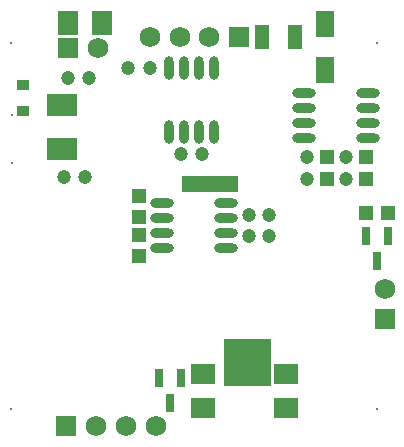
<source format=gbs>
G04 Layer_Color=16711935*
%FSLAX25Y25*%
%MOIN*%
G70*
G01*
G75*
%ADD65C,0.04724*%
%ADD73R,0.04724X0.04724*%
%ADD75R,0.04724X0.07874*%
%ADD76R,0.04724X0.04724*%
%ADD79R,0.06299X0.08661*%
%ADD88C,0.00787*%
%ADD89C,0.06890*%
%ADD90R,0.06890X0.06890*%
%ADD91R,0.06890X0.06890*%
%ADD92R,0.18701X0.05512*%
%ADD93R,0.04055X0.03268*%
%ADD94O,0.03150X0.07795*%
%ADD95R,0.10236X0.07480*%
%ADD96R,0.07874X0.06693*%
%ADD97O,0.07795X0.03150*%
%ADD98R,0.01181X0.01181*%
%ADD99R,0.03150X0.06299*%
%ADD100R,0.06693X0.07874*%
G36*
X100476Y21331D02*
X84728D01*
Y37079D01*
X100476D01*
Y21331D01*
D02*
G37*
D65*
X38583Y91142D02*
D03*
X31496D02*
D03*
X39961Y124213D02*
D03*
X32874D02*
D03*
X125555Y97661D02*
D03*
Y90575D02*
D03*
X60039Y127362D02*
D03*
X52953D02*
D03*
X70512Y98622D02*
D03*
X77598D02*
D03*
X99866Y78347D02*
D03*
Y71260D02*
D03*
X93307D02*
D03*
Y78347D02*
D03*
X112555Y90575D02*
D03*
Y97662D02*
D03*
D73*
X56496Y71850D02*
D03*
Y64764D02*
D03*
X132055Y97661D02*
D03*
Y90575D02*
D03*
X119055Y90575D02*
D03*
Y97662D02*
D03*
X56496Y77756D02*
D03*
Y84842D02*
D03*
D75*
X97441Y137795D02*
D03*
X108465D02*
D03*
D76*
X132283Y78937D02*
D03*
X139370D02*
D03*
D79*
X118504Y142185D02*
D03*
Y126713D02*
D03*
D88*
X13779Y135826D02*
D03*
Y13779D02*
D03*
X135827Y135826D02*
D03*
X135827Y13779D02*
D03*
X14173Y95866D02*
D03*
Y111614D02*
D03*
D89*
X42717Y134055D02*
D03*
X60276Y137795D02*
D03*
X70118D02*
D03*
X79961D02*
D03*
X138386Y53701D02*
D03*
X42323Y8071D02*
D03*
X52323D02*
D03*
X62323D02*
D03*
D90*
X32717Y134055D02*
D03*
X89803Y137795D02*
D03*
X32323Y8071D02*
D03*
D91*
X138386Y43701D02*
D03*
D92*
X80020Y88779D02*
D03*
D93*
X17717Y121909D02*
D03*
Y113130D02*
D03*
D94*
X81555Y127362D02*
D03*
X71555D02*
D03*
X76555D02*
D03*
X66555D02*
D03*
X81555Y106102D02*
D03*
X76555D02*
D03*
X71555D02*
D03*
X66555D02*
D03*
D95*
X30709Y114961D02*
D03*
Y100394D02*
D03*
D96*
X77953Y13976D02*
D03*
Y25394D02*
D03*
X105512Y13976D02*
D03*
Y25394D02*
D03*
D97*
X132874Y119114D02*
D03*
Y109114D02*
D03*
Y114114D02*
D03*
Y104114D02*
D03*
X111614Y114114D02*
D03*
Y119114D02*
D03*
Y109114D02*
D03*
Y104114D02*
D03*
X85433Y67303D02*
D03*
Y72303D02*
D03*
Y77303D02*
D03*
Y82303D02*
D03*
X64173Y67303D02*
D03*
Y77303D02*
D03*
Y72303D02*
D03*
Y82303D02*
D03*
D98*
X86811Y88779D02*
D03*
X80118D02*
D03*
X73032D02*
D03*
D99*
X135827Y63189D02*
D03*
X132087Y71457D02*
D03*
X139567D02*
D03*
X63189Y24016D02*
D03*
X70669D02*
D03*
X66929Y15748D02*
D03*
D100*
X32717Y142323D02*
D03*
X44134D02*
D03*
M02*

</source>
